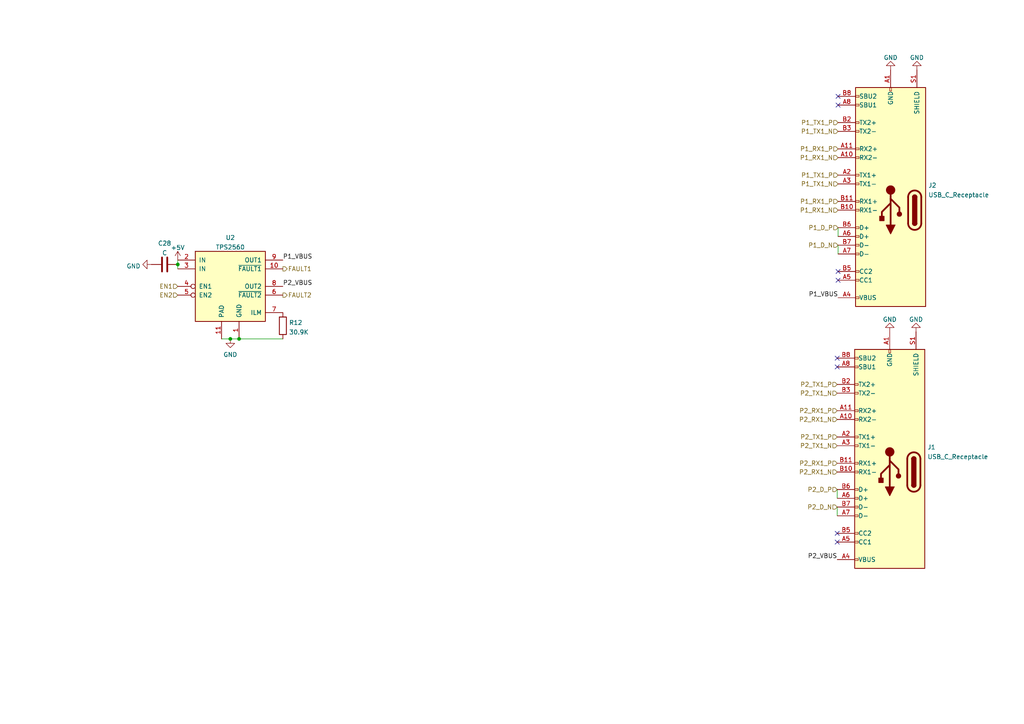
<source format=kicad_sch>
(kicad_sch (version 20210621) (generator eeschema)
  (paper "A4")
  (lib_symbols
    (symbol "Connector:USB_C_Receptacle" (pin_names (offset 1.016))
      (property "Reference" "J" (at -10.16 29.21 0))
      (property "Value" "USB_C_Receptacle" (at 10.16 29.21 0))
      (symbol "USB_C_Receptacle_0_0"
        (rectangle (start -0.254 -35.56) (end 0.254 -34.544))
        (rectangle (start 10.16 -32.766) (end 9.144 -33.274))
        (rectangle (start 10.16 -30.226) (end 9.144 -30.734))
        (rectangle (start 10.16 -25.146) (end 9.144 -25.654))
        (rectangle (start 10.16 -22.606) (end 9.144 -23.114))
        (rectangle (start 10.16 -17.526) (end 9.144 -18.034))
        (rectangle (start 10.16 -14.986) (end 9.144 -15.494))
        (rectangle (start 10.16 -9.906) (end 9.144 -10.414))
        (rectangle (start 10.16 -7.366) (end 9.144 -7.874))
        (rectangle (start 10.16 -2.286) (end 9.144 -2.794))
        (rectangle (start 10.16 0.254) (end 9.144 -0.254))
        (rectangle (start 10.16 5.334) (end 9.144 4.826))
        (rectangle (start 10.16 7.874) (end 9.144 7.366))
        (rectangle (start 10.16 10.414) (end 9.144 9.906))
        (rectangle (start 10.16 12.954) (end 9.144 12.446))
        (rectangle (start 10.16 18.034) (end 9.144 17.526))
        (rectangle (start 10.16 20.574) (end 9.144 20.066))
        (rectangle (start 10.16 25.654) (end 9.144 25.146))
      )
      (symbol "USB_C_Receptacle_0_1"
        (rectangle (start -10.16 27.94) (end 10.16 -35.56) (stroke (width 0.254)) (fill (type background)))
        (arc (start -8.89 -3.81) (mid -6.985 -5.715) (end -5.08 -3.81) (stroke (width 0.508)))
        (arc (start -7.62 -3.81) (mid -6.985 -4.445) (end -6.35 -3.81) (stroke (width 0.254)))
        (arc (start -7.62 -3.81) (mid -6.985 -4.445) (end -6.35 -3.81) (stroke (width 0.254)) (fill (type outline)))
        (rectangle (start -7.62 -3.81) (end -6.35 3.81) (stroke (width 0.254)) (fill (type outline)))
        (arc (start -6.35 3.81) (mid -6.985 4.445) (end -7.62 3.81) (stroke (width 0.254)))
        (arc (start -6.35 3.81) (mid -6.985 4.445) (end -7.62 3.81) (stroke (width 0.254)) (fill (type outline)))
        (arc (start -5.08 3.81) (mid -6.985 5.715) (end -8.89 3.81) (stroke (width 0.508)))
        (polyline (pts (xy -8.89 -3.81) (xy -8.89 3.81)) (stroke (width 0.508)))
        (polyline (pts (xy -5.08 3.81) (xy -5.08 -3.81)) (stroke (width 0.508)))
      )
      (symbol "USB_C_Receptacle_1_1"
        (circle (center -2.54 1.143) (radius 0.635) (stroke (width 0.254)) (stroke (width 0.254)) (fill (type outline)))
        (circle (center 0 -5.842) (radius 1.27) (fill (type outline)))
        (polyline (pts (xy 0 -5.842) (xy 0 4.318)) (stroke (width 0.508)))
        (polyline (pts (xy 0 -3.302) (xy -2.54 -0.762) (xy -2.54 0.508)) (stroke (width 0.508)))
        (polyline (pts (xy 0 -2.032) (xy 2.54 0.508) (xy 2.54 1.778)) (stroke (width 0.508)))
        (polyline (pts (xy -1.27 4.318) (xy 0 6.858) (xy 1.27 4.318) (xy -1.27 4.318)) (stroke (width 0.254)) (fill (type outline)))
        (rectangle (start 1.905 1.778) (end 3.175 3.048) (stroke (width 0.254)) (fill (type outline)))
        (pin passive line (at 0 -40.64 90) (length 5.08) (name "GND") (number "A1"))
        (pin bidirectional line (at 15.24 -15.24 180) (length 5.08) (name "RX2-") (number "A10"))
        (pin bidirectional line (at 15.24 -17.78 180) (length 5.08) (name "RX2+") (number "A11"))
        (pin passive line (at 0 -40.64 90) (length 5.08) hide (name "GND") (number "A12"))
        (pin bidirectional line (at 15.24 -10.16 180) (length 5.08) (name "TX1+") (number "A2"))
        (pin bidirectional line (at 15.24 -7.62 180) (length 5.08) (name "TX1-") (number "A3"))
        (pin passive line (at 15.24 25.4 180) (length 5.08) (name "VBUS") (number "A4"))
        (pin bidirectional line (at 15.24 20.32 180) (length 5.08) (name "CC1") (number "A5"))
        (pin bidirectional line (at 15.24 7.62 180) (length 5.08) (name "D+") (number "A6"))
        (pin bidirectional line (at 15.24 12.7 180) (length 5.08) (name "D-") (number "A7"))
        (pin bidirectional line (at 15.24 -30.48 180) (length 5.08) (name "SBU1") (number "A8"))
        (pin passive line (at 15.24 25.4 180) (length 5.08) hide (name "VBUS") (number "A9"))
        (pin passive line (at 0 -40.64 90) (length 5.08) hide (name "GND") (number "B1"))
        (pin bidirectional line (at 15.24 0 180) (length 5.08) (name "RX1-") (number "B10"))
        (pin bidirectional line (at 15.24 -2.54 180) (length 5.08) (name "RX1+") (number "B11"))
        (pin passive line (at 0 -40.64 90) (length 5.08) hide (name "GND") (number "B12"))
        (pin bidirectional line (at 15.24 -25.4 180) (length 5.08) (name "TX2+") (number "B2"))
        (pin bidirectional line (at 15.24 -22.86 180) (length 5.08) (name "TX2-") (number "B3"))
        (pin passive line (at 15.24 25.4 180) (length 5.08) hide (name "VBUS") (number "B4"))
        (pin bidirectional line (at 15.24 17.78 180) (length 5.08) (name "CC2") (number "B5"))
        (pin bidirectional line (at 15.24 5.08 180) (length 5.08) (name "D+") (number "B6"))
        (pin bidirectional line (at 15.24 10.16 180) (length 5.08) (name "D-") (number "B7"))
        (pin bidirectional line (at 15.24 -33.02 180) (length 5.08) (name "SBU2") (number "B8"))
        (pin passive line (at 15.24 25.4 180) (length 5.08) hide (name "VBUS") (number "B9"))
        (pin passive line (at -7.62 -40.64 90) (length 5.08) (name "SHIELD") (number "S1"))
      )
    )
    (symbol "Device:C" (pin_numbers hide) (pin_names (offset 0.254))
      (property "Reference" "C" (at 0.635 2.54 0))
      (property "Value" "C" (at 0.635 -2.54 0))
      (symbol "C_0_1"
        (polyline (pts (xy -2.032 -0.762) (xy 2.032 -0.762)) (stroke (width 0.508)))
        (polyline (pts (xy -2.032 0.762) (xy 2.032 0.762)) (stroke (width 0.508)))
      )
      (symbol "C_1_1"
        (pin passive line (at 0 3.81 270) (length 2.794) (name "~") (number "1"))
        (pin passive line (at 0 -3.81 90) (length 2.794) (name "~") (number "2"))
      )
    )
    (symbol "Device:R" (pin_numbers hide) (pin_names (offset 0))
      (property "Reference" "R" (at 2.032 0 90))
      (property "Value" "R" (at 0 0 90))
      (symbol "R_0_1"
        (rectangle (start -1.016 -2.54) (end 1.016 2.54) (stroke (width 0.254)))
      )
      (symbol "R_1_1"
        (pin passive line (at 0 3.81 270) (length 1.27) (name "~") (number "1"))
        (pin passive line (at 0 -3.81 90) (length 1.27) (name "~") (number "2"))
      )
    )
    (symbol "Interface_USB:TPS2560" (pin_names (offset 1.016))
      (property "Reference" "U" (at -10.16 12.7 0))
      (property "Value" "TPS2560" (at -5.08 12.7 0))
      (symbol "TPS2560_0_1"
        (rectangle (start -10.16 10.16) (end 10.16 -10.16) (stroke (width 0.254)) (fill (type background)))
      )
      (symbol "TPS2560_1_1"
        (pin power_in line (at 2.54 -15.24 90) (length 5.08) (name "GND") (number "1"))
        (pin output line (at 15.24 5.08 180) (length 5.08) (name "~{FAULT1}") (number "10"))
        (pin power_in line (at -2.54 -15.24 90) (length 5.08) (name "PAD") (number "11"))
        (pin power_in line (at -15.24 7.62 0) (length 5.08) (name "IN") (number "2"))
        (pin power_in line (at -15.24 5.08 0) (length 5.08) (name "IN") (number "3"))
        (pin input inverted (at -15.24 0 0) (length 5.08) (name "EN1") (number "4"))
        (pin input inverted (at -15.24 -2.54 0) (length 5.08) (name "EN2") (number "5"))
        (pin output line (at 15.24 -2.54 180) (length 5.08) (name "~{FAULT2}") (number "6"))
        (pin output line (at 15.24 -7.62 180) (length 5.08) (name "ILM") (number "7"))
        (pin output line (at 15.24 0 180) (length 5.08) (name "OUT2") (number "8"))
        (pin output line (at 15.24 7.62 180) (length 5.08) (name "OUT1") (number "9"))
      )
    )
    (symbol "power:+5V" (power) (pin_names (offset 0))
      (property "Value" "+5V" (at 0 3.556 0))
      (symbol "+5V_0_1"
        (polyline (pts (xy -0.762 1.27) (xy 0 2.54)))
        (polyline (pts (xy 0 0) (xy 0 2.54)))
        (polyline (pts (xy 0 2.54) (xy 0.762 1.27)))
      )
      (symbol "+5V_1_1"
        (pin power_in line (at 0 0 90) (length 0) hide (name "+5V") (number "1"))
      )
    )
    (symbol "power:GND" (power) (pin_names (offset 0))
      (property "Value" "GND" (at 0 -3.81 0))
      (symbol "GND_0_1"
        (polyline (pts (xy 0 0) (xy 0 -1.27) (xy 1.27 -1.27) (xy 0 -2.54) (xy -1.27 -1.27) (xy 0 -1.27)))
      )
      (symbol "GND_1_1"
        (pin power_in line (at 0 0 270) (length 0) hide (name "GND") (number "1"))
      )
    )
  )
  (junction (at 51.562 76.708))
  (junction (at 66.802 98.298))
  (junction (at 69.342 98.298))
  (no_connect (at 242.824 103.886))
  (no_connect (at 242.824 106.426))
  (no_connect (at 242.824 154.686))
  (no_connect (at 242.824 157.226))
  (no_connect (at 243.078 27.94))
  (no_connect (at 243.078 30.48))
  (no_connect (at 243.078 78.74))
  (no_connect (at 243.078 81.28))
  (wire (pts (xy 51.562 75.438) (xy 51.562 76.708)))
  (wire (pts (xy 51.562 76.708) (xy 51.562 77.978)))
  (wire (pts (xy 64.262 98.298) (xy 66.802 98.298)))
  (wire (pts (xy 66.802 98.298) (xy 69.342 98.298)))
  (wire (pts (xy 69.342 98.298) (xy 82.042 98.298)))
  (wire (pts (xy 242.824 141.986) (xy 242.824 144.526)))
  (wire (pts (xy 242.824 147.066) (xy 242.824 149.606)))
  (wire (pts (xy 243.078 66.04) (xy 243.078 68.58)))
  (wire (pts (xy 243.078 71.12) (xy 243.078 73.66)))
  (label "P1_VBUS" (at 82.042 75.438 0))
  (label "P2_VBUS" (at 82.042 83.058 0))
  (label "P2_VBUS" (at 242.824 162.306 180))
  (label "P1_VBUS" (at 243.078 86.36 180))
  (hierarchical_label "EN1" (shape input) (at 51.562 83.058 180))
  (hierarchical_label "EN2" (shape input) (at 51.562 85.598 180))
  (hierarchical_label "FAULT1" (shape output) (at 82.042 77.978 0))
  (hierarchical_label "FAULT2" (shape output) (at 82.042 85.598 0))
  (hierarchical_label "P2_TX1_P" (shape input) (at 242.824 111.506 180))
  (hierarchical_label "P2_TX1_N" (shape input) (at 242.824 114.046 180))
  (hierarchical_label "P2_RX1_P" (shape input) (at 242.824 119.126 180))
  (hierarchical_label "P2_RX1_N" (shape input) (at 242.824 121.666 180))
  (hierarchical_label "P2_TX1_P" (shape input) (at 242.824 126.746 180))
  (hierarchical_label "P2_TX1_N" (shape input) (at 242.824 129.286 180))
  (hierarchical_label "P2_RX1_P" (shape input) (at 242.824 134.366 180))
  (hierarchical_label "P2_RX1_N" (shape input) (at 242.824 136.906 180))
  (hierarchical_label "P2_D_P" (shape input) (at 242.824 141.986 180))
  (hierarchical_label "P2_D_N" (shape input) (at 242.824 147.066 180))
  (hierarchical_label "P1_TX1_P" (shape input) (at 243.078 35.56 180))
  (hierarchical_label "P1_TX1_N" (shape input) (at 243.078 38.1 180))
  (hierarchical_label "P1_RX1_P" (shape input) (at 243.078 43.18 180))
  (hierarchical_label "P1_RX1_N" (shape input) (at 243.078 45.72 180))
  (hierarchical_label "P1_TX1_P" (shape input) (at 243.078 50.8 180))
  (hierarchical_label "P1_TX1_N" (shape input) (at 243.078 53.34 180))
  (hierarchical_label "P1_RX1_P" (shape input) (at 243.078 58.42 180))
  (hierarchical_label "P1_RX1_N" (shape input) (at 243.078 60.96 180))
  (hierarchical_label "P1_D_P" (shape input) (at 243.078 66.04 180))
  (hierarchical_label "P1_D_N" (shape input) (at 243.078 71.12 180))
  (symbol (lib_id "power:+5V") (at 51.562 75.438 0) (unit 1)
    (property "Reference" "#PWR031" (effects hide))
    (property "Value" "+5V" (at 51.562 71.8335 0))
  )
  (symbol (lib_id "power:GND") (at 43.942 76.708 270) (unit 1)
    (property "Reference" "#PWR030" (effects hide))
    (property "Value" "GND" (at 40.767 77.187 90) (effects (justify right)))
  )
  (symbol (lib_id "power:GND") (at 66.802 98.298 0) (unit 1)
    (property "Reference" "#PWR032" (effects hide))
    (property "Value" "GND" (at 66.802 102.8604 0))
  )
  (symbol (lib_id "power:GND") (at 258.064 96.266 180) (unit 1)
    (property "Reference" "#PWR033" (effects hide))
    (property "Value" "GND" (at 258.064 92.6615 0))
  )
  (symbol (lib_id "power:GND") (at 258.318 20.32 180) (unit 1)
    (property "Reference" "#PWR034" (effects hide))
    (property "Value" "GND" (at 258.318 16.7155 0))
  )
  (symbol (lib_id "power:GND") (at 265.684 96.266 180) (unit 1)
    (property "Reference" "#PWR035" (effects hide))
    (property "Value" "GND" (at 265.684 92.6615 0))
  )
  (symbol (lib_id "power:GND") (at 265.938 20.32 180) (unit 1)
    (property "Reference" "#PWR036" (effects hide))
    (property "Value" "GND" (at 265.938 16.7155 0))
  )
  (symbol (lib_id "Device:R") (at 82.042 94.488 0) (unit 1)
    (property "Reference" "R12" (at 83.82 93.5795 0) (effects (justify left)))
    (property "Value" "30.9K" (at 83.82 96.3546 0) (effects (justify left)))
    (property "Footprint" "Resistor_SMD:R_0402_1005Metric" (effects hide))
  )
  (symbol (lib_id "Device:C") (at 47.752 76.708 90) (unit 1)
    (property "Reference" "C28" (at 47.752 70.5825 90))
    (property "Value" "C" (at 47.752 73.3576 90))
    (property "Footprint" "Capacitor_SMD:C_0402_1005Metric" (effects hide))
  )
  (symbol (lib_id "Interface_USB:TPS2560") (at 66.802 83.058 0) (unit 1)
    (property "Reference" "U2" (at 66.802 68.9314 0))
    (property "Value" "TPS2560" (at 66.802 71.7065 0))
    (property "Footprint" "Package_SON:VSON-10-1EP_3x3mm_P0.5mm_EP1.65x2.4mm_ThermalVias" (effects hide))
    (property "Datasheet" "http://www.ti.com/lit/ds/symlink/tps2560.pdf" (effects hide))
  )
  (symbol (lib_id "Connector:USB_C_Receptacle") (at 258.064 136.906 180) (unit 1)
    (property "Reference" "J1" (at 268.986 129.7109 0) (effects (justify right)))
    (property "Value" "USB_C_Receptacle" (at 268.986 132.486 0) (effects (justify right)))
    (property "Footprint" "Connector_USB:USB_C_Receptacle_JAE_DX07S024WJ1R350" (effects hide))
    (property "Datasheet" "https://www.usb.org/sites/default/files/documents/usb_type-c.zip" (effects hide))
  )
  (symbol (lib_id "Connector:USB_C_Receptacle") (at 258.318 60.96 180) (unit 1)
    (property "Reference" "J2" (at 269.24 53.7649 0) (effects (justify right)))
    (property "Value" "USB_C_Receptacle" (at 269.24 56.54 0) (effects (justify right)))
    (property "Footprint" "Connector_USB:USB_C_Receptacle_JAE_DX07S024WJ1R350" (effects hide))
    (property "Datasheet" "https://www.usb.org/sites/default/files/documents/usb_type-c.zip" (effects hide))
  )
)
</source>
